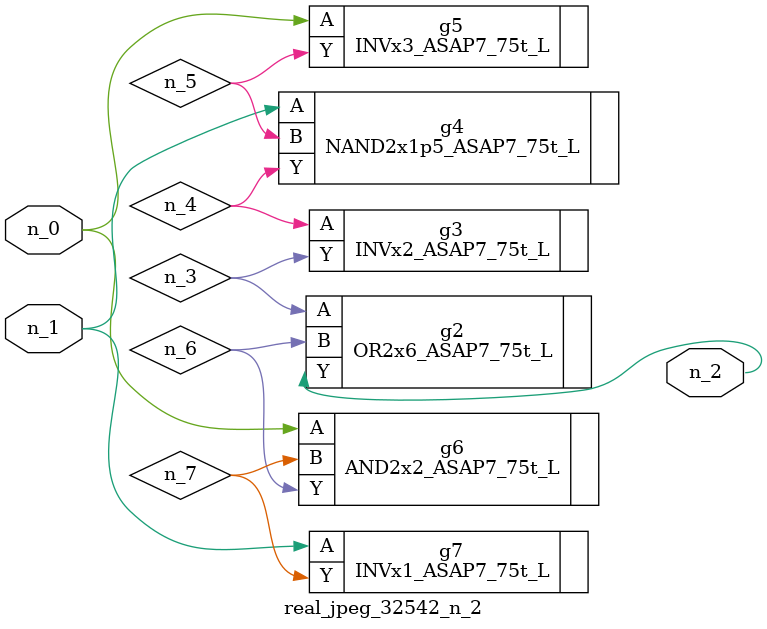
<source format=v>
module real_jpeg_32542_n_2 (n_1, n_0, n_2);

input n_1;
input n_0;

output n_2;

wire n_5;
wire n_4;
wire n_6;
wire n_7;
wire n_3;

INVx3_ASAP7_75t_L g5 ( 
.A(n_0),
.Y(n_5)
);

AND2x2_ASAP7_75t_L g6 ( 
.A(n_0),
.B(n_7),
.Y(n_6)
);

NAND2x1p5_ASAP7_75t_L g4 ( 
.A(n_1),
.B(n_5),
.Y(n_4)
);

INVx1_ASAP7_75t_L g7 ( 
.A(n_1),
.Y(n_7)
);

OR2x6_ASAP7_75t_L g2 ( 
.A(n_3),
.B(n_6),
.Y(n_2)
);

INVx2_ASAP7_75t_L g3 ( 
.A(n_4),
.Y(n_3)
);


endmodule
</source>
